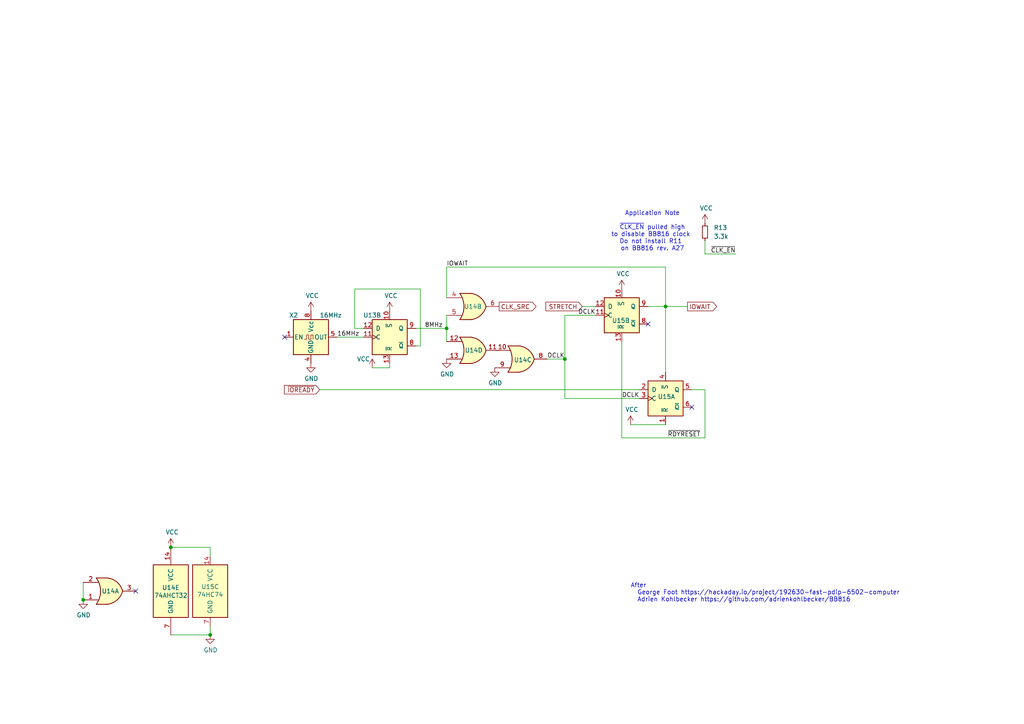
<source format=kicad_sch>
(kicad_sch (version 20250114) (generator "eeschema") (generator_version "9.0")
  (paper "A4")
  (lib_symbols
    (symbol "74xx:74LS74" (pin_names (offset 1.016))
      (property "Reference" "U" (at -7.62 8.89 0))
      (property "Value" "74LS74" (at -7.62 -8.89 0))
      (symbol "74LS74_1_0"
        (pin input line (at -7.62 2.54 0) (length 2.54) (name "D") (number "2"))
        (pin input clock (at -7.62 0 0) (length 2.54) (name "C") (number "3"))
        (pin input line (at 0 7.62 270) (length 2.54) (name "~{S}") (number "4"))
        (pin input line (at 0 -7.62 90) (length 2.54) (name "~{R}") (number "1"))
        (pin output line (at 7.62 2.54 180) (length 2.54) (name "Q") (number "5"))
        (pin output line (at 7.62 -2.54 180) (length 2.54) (name "~{Q}") (number "6"))
      )
      (symbol "74LS74_1_1"
        (rectangle (start -5.08 5.08) (end 5.08 -5.08) (stroke (width 0.254)) (fill (type background)))
      )
      (symbol "74LS74_2_0"
        (pin input line (at -7.62 2.54 0) (length 2.54) (name "D") (number "12"))
        (pin input clock (at -7.62 0 0) (length 2.54) (name "C") (number "11"))
        (pin input line (at 0 7.62 270) (length 2.54) (name "~{S}") (number "10"))
        (pin input line (at 0 -7.62 90) (length 2.54) (name "~{R}") (number "13"))
        (pin output line (at 7.62 2.54 180) (length 2.54) (name "Q") (number "9"))
        (pin output line (at 7.62 -2.54 180) (length 2.54) (name "~{Q}") (number "8"))
      )
      (symbol "74LS74_2_1"
        (rectangle (start -5.08 5.08) (end 5.08 -5.08) (stroke (width 0.254)) (fill (type background)))
      )
      (symbol "74LS74_3_0"
        (pin power_in line (at 0 10.16 270) (length 2.54) (name "VCC") (number "14"))
        (pin power_in line (at 0 -10.16 90) (length 2.54) (name "GND") (number "7"))
      )
      (symbol "74LS74_3_1"
        (rectangle (start -5.08 7.62) (end 5.08 -7.62) (stroke (width 0.254)) (fill (type background)))
      )
    )
    (symbol "AronnaxLibrary:74AHCT32" (pin_names (offset 1.016))
      (property "Reference" "U" (at 0 1.27 0))
      (property "Value" "74AHCT32" (at 0 -1.27 0))
      (symbol "74AHCT32_1_1"
        (arc (start -3.81 3.81) (mid -2.589 0) (end -3.81 -3.81) (stroke (width 0.254)))
        (polyline (pts (xy -3.81 3.81) (xy -0.635 3.81)) (stroke (width 0.254)) (fill (type background)))
        (polyline (pts (xy -3.81 -3.81) (xy -0.635 -3.81)) (stroke (width 0.254)) (fill (type background)))
        (arc (start -0.6096 3.81) (mid 2.1842 2.5851) (end 3.81 0) (stroke (width 0.254)) (fill (type background)))
        (arc (start 3.81 0) (mid 2.1915 -2.5936) (end -0.6096 -3.81) (stroke (width 0.254)) (fill (type background)))
        (polyline (pts (xy -0.635 3.81) (xy -3.81 3.81) (xy -3.81 3.81) (xy -3.556 3.4036) (xy -3.0226 2.2606) (xy -2.6924 1.0414) (xy -2.6162 -0.254) (xy -2.7686 -1.4986) (xy -3.175 -2.7178) (xy -3.81 -3.81) (xy -3.81 -3.81) (xy -0.635 -3.81)) (stroke (width -25.4)) (fill (type background)))
        (pin input line (at -7.62 2.54 0) (length 4.318) (name "~") (number "1"))
        (pin input line (at -7.62 -2.54 0) (length 4.318) (name "~") (number "2"))
        (pin output line (at 7.62 0 180) (length 3.81) (name "~") (number "3"))
      )
      (symbol "74AHCT32_1_2"
        (polyline (pts (xy 0 3.81) (xy -3.81 3.81) (xy -3.81 -3.81) (xy 0 -3.81)) (stroke (width 0.254)) (fill (type background)))
        (arc (start 0 3.81) (mid 3.81 0) (end 0 -3.81) (stroke (width 0.254)) (fill (type background)))
        (pin input inverted (at -7.62 2.54 0) (length 3.81) (name "~") (number "1"))
        (pin input inverted (at -7.62 -2.54 0) (length 3.81) (name "~") (number "2"))
        (pin output inverted (at 7.62 0 180) (length 3.81) (name "~") (number "3"))
      )
      (symbol "74AHCT32_2_1"
        (arc (start -3.81 3.81) (mid -2.589 0) (end -3.81 -3.81) (stroke (width 0.254)))
        (polyline (pts (xy -3.81 3.81) (xy -0.635 3.81)) (stroke (width 0.254)) (fill (type background)))
        (polyline (pts (xy -3.81 -3.81) (xy -0.635 -3.81)) (stroke (width 0.254)) (fill (type background)))
        (arc (start -0.6096 3.81) (mid 2.1842 2.5851) (end 3.81 0) (stroke (width 0.254)) (fill (type background)))
        (arc (start 3.81 0) (mid 2.1915 -2.5936) (end -0.6096 -3.81) (stroke (width 0.254)) (fill (type background)))
        (polyline (pts (xy -0.635 3.81) (xy -3.81 3.81) (xy -3.81 3.81) (xy -3.556 3.4036) (xy -3.0226 2.2606) (xy -2.6924 1.0414) (xy -2.6162 -0.254) (xy -2.7686 -1.4986) (xy -3.175 -2.7178) (xy -3.81 -3.81) (xy -3.81 -3.81) (xy -0.635 -3.81)) (stroke (width -25.4)) (fill (type background)))
        (pin input line (at -7.62 2.54 0) (length 4.318) (name "~") (number "4"))
        (pin input line (at -7.62 -2.54 0) (length 4.318) (name "~") (number "5"))
        (pin output line (at 7.62 0 180) (length 3.81) (name "~") (number "6"))
      )
      (symbol "74AHCT32_2_2"
        (polyline (pts (xy 0 3.81) (xy -3.81 3.81) (xy -3.81 -3.81) (xy 0 -3.81)) (stroke (width 0.254)) (fill (type background)))
        (arc (start 0 3.81) (mid 3.81 0) (end 0 -3.81) (stroke (width 0.254)) (fill (type background)))
        (pin input inverted (at -7.62 2.54 0) (length 3.81) (name "~") (number "4"))
        (pin input inverted (at -7.62 -2.54 0) (length 3.81) (name "~") (number "5"))
        (pin output inverted (at 7.62 0 180) (length 3.81) (name "~") (number "6"))
      )
      (symbol "74AHCT32_3_1"
        (arc (start -3.81 3.81) (mid -2.589 0) (end -3.81 -3.81) (stroke (width 0.254)))
        (polyline (pts (xy -3.81 3.81) (xy -0.635 3.81)) (stroke (width 0.254)) (fill (type background)))
        (polyline (pts (xy -3.81 -3.81) (xy -0.635 -3.81)) (stroke (width 0.254)) (fill (type background)))
        (arc (start -0.6096 3.81) (mid 2.1842 2.5851) (end 3.81 0) (stroke (width 0.254)) (fill (type background)))
        (arc (start 3.81 0) (mid 2.1915 -2.5936) (end -0.6096 -3.81) (stroke (width 0.254)) (fill (type background)))
        (polyline (pts (xy -0.635 3.81) (xy -3.81 3.81) (xy -3.81 3.81) (xy -3.556 3.4036) (xy -3.0226 2.2606) (xy -2.6924 1.0414) (xy -2.6162 -0.254) (xy -2.7686 -1.4986) (xy -3.175 -2.7178) (xy -3.81 -3.81) (xy -3.81 -3.81) (xy -0.635 -3.81)) (stroke (width -25.4)) (fill (type background)))
        (pin input line (at -7.62 2.54 0) (length 4.318) (name "~") (number "9"))
        (pin input line (at -7.62 -2.54 0) (length 4.318) (name "~") (number "10"))
        (pin output line (at 7.62 0 180) (length 3.81) (name "~") (number "8"))
      )
      (symbol "74AHCT32_3_2"
        (polyline (pts (xy 0 3.81) (xy -3.81 3.81) (xy -3.81 -3.81) (xy 0 -3.81)) (stroke (width 0.254)) (fill (type background)))
        (arc (start 0 3.81) (mid 3.81 0) (end 0 -3.81) (stroke (width 0.254)) (fill (type background)))
        (pin input inverted (at -7.62 2.54 0) (length 3.81) (name "~") (number "9"))
        (pin input inverted (at -7.62 -2.54 0) (length 3.81) (name "~") (number "10"))
        (pin output inverted (at 7.62 0 180) (length 3.81) (name "~") (number "8"))
      )
      (symbol "74AHCT32_4_1"
        (arc (start -3.81 3.81) (mid -2.589 0) (end -3.81 -3.81) (stroke (width 0.254)))
        (polyline (pts (xy -3.81 3.81) (xy -0.635 3.81)) (stroke (width 0.254)) (fill (type background)))
        (polyline (pts (xy -3.81 -3.81) (xy -0.635 -3.81)) (stroke (width 0.254)) (fill (type background)))
        (arc (start -0.6096 3.81) (mid 2.1842 2.5851) (end 3.81 0) (stroke (width 0.254)) (fill (type background)))
        (arc (start 3.81 0) (mid 2.1915 -2.5936) (end -0.6096 -3.81) (stroke (width 0.254)) (fill (type background)))
        (polyline (pts (xy -0.635 3.81) (xy -3.81 3.81) (xy -3.81 3.81) (xy -3.556 3.4036) (xy -3.0226 2.2606) (xy -2.6924 1.0414) (xy -2.6162 -0.254) (xy -2.7686 -1.4986) (xy -3.175 -2.7178) (xy -3.81 -3.81) (xy -3.81 -3.81) (xy -0.635 -3.81)) (stroke (width -25.4)) (fill (type background)))
        (pin input line (at -7.62 2.54 0) (length 4.318) (name "~") (number "12"))
        (pin input line (at -7.62 -2.54 0) (length 4.318) (name "~") (number "13"))
        (pin output line (at 7.62 0 180) (length 3.81) (name "~") (number "11"))
      )
      (symbol "74AHCT32_4_2"
        (polyline (pts (xy 0 3.81) (xy -3.81 3.81) (xy -3.81 -3.81) (xy 0 -3.81)) (stroke (width 0.254)) (fill (type background)))
        (arc (start 0 3.81) (mid 3.81 0) (end 0 -3.81) (stroke (width 0.254)) (fill (type background)))
        (pin input inverted (at -7.62 2.54 0) (length 3.81) (name "~") (number "12"))
        (pin input inverted (at -7.62 -2.54 0) (length 3.81) (name "~") (number "13"))
        (pin output inverted (at 7.62 0 180) (length 3.81) (name "~") (number "11"))
      )
      (symbol "74AHCT32_5_0"
        (pin power_in line (at 0 12.7 270) (length 5.08) (name "VCC") (number "14"))
        (pin power_in line (at 0 -12.7 90) (length 5.08) (name "GND") (number "7"))
      )
      (symbol "74AHCT32_5_1"
        (rectangle (start -5.08 7.62) (end 5.08 -7.62) (stroke (width 0.254)) (fill (type background)))
      )
    )
    (symbol "Device:R_Small" (pin_numbers (hide yes)) (pin_names (offset 0.254) (hide yes))
      (property "Reference" "R" (at 0.762 0.508 0))
      (property "Value" "R_Small" (at 0.762 -1.016 0))
      (symbol "R_Small_0_1"
        (rectangle (start -0.762 1.778) (end 0.762 -1.778) (stroke (width 0.2032)))
      )
      (symbol "R_Small_1_1"
        (pin passive line (at 0 2.54 270) (length 0.762) (name "~") (number "1"))
        (pin passive line (at 0 -2.54 90) (length 0.762) (name "~") (number "2"))
      )
    )
    (symbol "Oscillator:CXO_DIP8" (pin_names (offset 0.254))
      (property "Reference" "X" (at -5.08 6.35 0))
      (property "Value" "CXO_DIP8" (at 1.27 -6.35 0))
      (symbol "CXO_DIP8_0_1"
        (rectangle (start -5.08 5.08) (end 5.08 -5.08) (stroke (width 0.254)) (fill (type background)))
        (polyline (pts (xy -1.905 -0.635) (xy -1.27 -0.635) (xy -1.27 0.635) (xy -0.635 0.635) (xy -0.635 -0.635) (xy 0 -0.635) (xy 0 0.635) (xy 0.635 0.635) (xy 0.635 -0.635)))
      )
      (symbol "CXO_DIP8_1_1"
        (pin input line (at -7.62 0 0) (length 2.54) (name "EN") (number "1"))
        (pin power_in line (at 0 7.62 270) (length 2.54) (name "Vcc") (number "8"))
        (pin power_in line (at 0 -7.62 90) (length 2.54) (name "GND") (number "4"))
        (pin output line (at 7.62 0 180) (length 2.54) (name "OUT") (number "5"))
      )
    )
    (symbol "power:GND" (power) (pin_names (offset 0))
      (property "Value" "GND" (at 0 -3.81 0))
      (symbol "GND_0_1"
        (polyline (pts (xy 0 0) (xy 0 -1.27) (xy 1.27 -1.27) (xy 0 -2.54) (xy -1.27 -1.27) (xy 0 -1.27)))
      )
      (symbol "GND_1_1"
        (pin power_in line (at 0 0 270) (length 0) (hide yes) (name "GND") (number "1"))
      )
    )
    (symbol "power:VCC" (power) (pin_names (offset 0))
      (property "Value" "VCC" (at 0 3.81 0))
      (symbol "VCC_0_1"
        (polyline (pts (xy -0.762 1.27) (xy 0 2.54)))
        (polyline (pts (xy 0 2.54) (xy 0.762 1.27)))
        (polyline (pts (xy 0 0) (xy 0 2.54)))
      )
      (symbol "VCC_1_1"
        (pin power_in line (at 0 0 90) (length 0) (hide yes) (name "VCC") (number "1"))
      )
    )
  )
  (text "Application Note\n\n~{CLK_EN} pulled high\nto disable BB816 clock \nDo not install R11 \non BB816 rev. A27" (at 189.23 67.056 0) (effects (font (size 1.27 1.27))))
  (text "After \n  George Foot https://hackaday.io/project/192630-fast-pdip-6502-computer\n  Adrien Kohlbecker https://github.com/adrienkohlbecker/BB816" (at 182.88 171.958 0) (effects (font (size 1.27 1.27)) (justify left)))
  (junction (at 163.83 104.14))
  (junction (at 60.96 184.15))
  (junction (at 24.13 173.99))
  (junction (at 193.04 88.9))
  (junction (at 49.53 158.75))
  (junction (at 129.54 95.25))
  (no_connect (at 187.96 93.98))
  (no_connect (at 82.55 97.79))
  (no_connect (at 39.37 171.45))
  (no_connect (at 200.66 118.11))
  (wire (pts (xy 144.78 101.6) (xy 143.51 101.6)))
  (wire (pts (xy 193.04 88.9) (xy 199.39 88.9)))
  (wire (pts (xy 129.54 95.25) (xy 129.54 99.06)))
  (wire (pts (xy 193.04 107.95) (xy 193.04 88.9)))
  (wire (pts (xy 193.04 77.47) (xy 193.04 88.9)))
  (wire (pts (xy 204.47 113.03) (xy 200.66 113.03)))
  (wire (pts (xy 158.75 104.14) (xy 163.83 104.14)))
  (wire (pts (xy 60.96 158.75) (xy 60.96 161.29)))
  (wire (pts (xy 163.83 115.57) (xy 163.83 104.14)))
  (wire (pts (xy 121.92 100.33) (xy 121.92 83.82)))
  (wire (pts (xy 163.83 115.57) (xy 185.42 115.57)))
  (wire (pts (xy 107.95 106.68) (xy 113.03 106.68)))
  (wire (pts (xy 102.87 83.82) (xy 102.87 95.25)))
  (wire (pts (xy 180.34 99.06) (xy 180.34 127)))
  (wire (pts (xy 24.13 168.91) (xy 24.13 173.99)))
  (wire (pts (xy 120.65 95.25) (xy 129.54 95.25)))
  (wire (pts (xy 185.42 113.03) (xy 92.71 113.03)))
  (wire (pts (xy 121.92 83.82) (xy 102.87 83.82)))
  (wire (pts (xy 163.83 91.44) (xy 172.72 91.44)))
  (wire (pts (xy 102.87 95.25) (xy 105.41 95.25)))
  (wire (pts (xy 120.65 100.33) (xy 121.92 100.33)))
  (wire (pts (xy 204.47 73.66) (xy 213.36 73.66)))
  (wire (pts (xy 193.04 77.47) (xy 129.54 77.47)))
  (wire (pts (xy 204.47 127) (xy 204.47 113.03)))
  (wire (pts (xy 129.54 77.47) (xy 129.54 86.36)))
  (wire (pts (xy 49.53 184.15) (xy 60.96 184.15)))
  (wire (pts (xy 187.96 88.9) (xy 193.04 88.9)))
  (wire (pts (xy 180.34 127) (xy 204.47 127)))
  (wire (pts (xy 129.54 91.44) (xy 129.54 95.25)))
  (wire (pts (xy 168.91 88.9) (xy 172.72 88.9)))
  (wire (pts (xy 163.83 91.44) (xy 163.83 104.14)))
  (wire (pts (xy 204.47 73.66) (xy 204.47 69.85)))
  (wire (pts (xy 182.88 123.19) (xy 193.04 123.19)))
  (wire (pts (xy 97.79 97.79) (xy 105.41 97.79)))
  (wire (pts (xy 113.03 106.68) (xy 113.03 105.41)))
  (wire (pts (xy 60.96 181.61) (xy 60.96 184.15)))
  (wire (pts (xy 60.96 158.75) (xy 49.53 158.75)))
  (label "16MHz" (at 97.79 97.79 0))
  (label "~{CLK_EN}" (at 213.36 73.66 180))
  (label "DCLK" (at 172.72 91.44 180))
  (label "~{RDYRESET}" (at 203.2 127 180))
  (label "DCLK" (at 185.42 115.57 180))
  (label "DCLK" (at 158.75 104.14 0))
  (label "IOWAIT" (at 129.54 77.47 0))
  (label "8MHz" (at 123.19 95.25 0))
  (global_label "STRETCH" (shape input) (at 168.91 88.9 180) (property "Intersheetrefs" "${INTERSHEET_REFS}" (effects (hide yes))))
  (global_label "IOWAIT" (shape output) (at 199.39 88.9 0) (property "Intersheetrefs" "${INTERSHEET_REFS}" (effects (hide yes))))
  (global_label "~{IOREADY}" (shape input) (at 92.71 113.03 180) (property "Intersheetrefs" "${INTERSHEET_REFS}" (effects (hide yes))))
  (global_label "CLK_SRC" (shape output) (at 144.78 88.9 0) (property "Intersheetrefs" "${INTERSHEET_REFS}" (effects (hide yes))))
  (symbol (lib_id "Oscillator:CXO_DIP8") (at 90.17 97.79 0) (unit 1)
    (property "Reference" "X2" (at 83.82 91.44 0) (effects (justify left)))
    (property "Value" "16MHz" (at 92.71 91.44 0) (effects (justify left)))
    (property "Footprint" "Oscillator:Oscillator_DIP-8" (effects (hide yes)))
    (property "Datasheet" "http://cdn-reichelt.de/documents/datenblatt/B400/OSZI.pdf" (effects (hide yes)))
  )
  (symbol (lib_id "Device:R_Small") (at 204.47 67.31 0) (unit 1)
    (property "Reference" "R13" (at 207.01 66.0399 0) (effects (justify left)))
    (property "Value" "3.3k" (at 207.01 68.5799 0) (effects (justify left)))
    (property "Footprint" "Resistor_THT:R_Axial_DIN0207_L6.3mm_D2.5mm_P7.62mm_Horizontal" (effects (hide yes)))
  )
  (symbol (lib_id "AronnaxLibrary:74AHCT32") (at 151.13 104.14 0) (mirror x) (unit 3)
    (property "Reference" "U14" (at 151.638 104.394 0))
    (property "Value" "74AHCT32" (effects (hide yes)))
    (property "Footprint" "Package_DIP:DIP-14_W7.62mm_Socket" (effects (hide yes)))
    (property "Datasheet" "https://www.ti.com/lit/ds/symlink/sn74ahct32.pdf" (effects (hide yes)))
  )
  (symbol (lib_id "power:VCC") (at 113.03 90.17 0) (unit 1)
    (property "Reference" "#PWR036" (effects (hide yes)))
    (property "Value" "VCC" (at 113.411 85.7758 0))
  )
  (symbol (lib_id "AronnaxLibrary:74AHCT32") (at 137.16 88.9 0) (unit 2)
    (property "Reference" "U14" (at 137.16 88.9 0))
    (property "Value" "74AHCT32" (effects (hide yes)))
    (property "Footprint" "Package_DIP:DIP-14_W7.62mm_Socket" (effects (hide yes)))
    (property "Datasheet" "https://www.ti.com/lit/ds/symlink/sn74ahct32.pdf" (effects (hide yes)))
  )
  (symbol (lib_id "power:GND") (at 24.13 173.99 0) (unit 1)
    (property "Reference" "#PWR041" (effects (hide yes)))
    (property "Value" "GND" (at 24.257 178.3842 0))
  )
  (symbol (lib_id "power:VCC") (at 107.95 106.68 0) (unit 1)
    (property "Reference" "#PWR035" (effects (hide yes)))
    (property "Value" "VCC" (at 105.41 104.14 0))
  )
  (symbol (lib_id "74xx:74LS74") (at 60.96 171.45 0) (unit 3)
    (property "Reference" "U15" (at 60.96 170.18 0))
    (property "Value" "74HC74" (at 60.96 172.466 0))
    (property "Footprint" "Package_DIP:DIP-14_W7.62mm" (effects (hide yes)))
    (property "Datasheet" "https://www.ti.com/lit/ds/symlink/sn74hc74.pdf" (effects (hide yes)))
  )
  (symbol (lib_id "power:VCC") (at 182.88 123.19 0) (unit 1)
    (property "Reference" "#PWR044" (effects (hide yes)))
    (property "Value" "VCC" (at 183.261 118.7958 0))
  )
  (symbol (lib_id "power:VCC") (at 204.47 64.77 0) (unit 1)
    (property "Reference" "#PWR039" (effects (hide yes)))
    (property "Value" "VCC" (at 204.851 60.3758 0))
  )
  (symbol (lib_id "power:VCC") (at 49.53 158.75 0) (unit 1)
    (property "Reference" "#PWR042" (effects (hide yes)))
    (property "Value" "VCC" (at 49.911 154.3558 0))
  )
  (symbol (lib_id "power:GND") (at 129.54 104.14 0) (unit 1)
    (property "Reference" "#PWR038" (effects (hide yes)))
    (property "Value" "GND" (at 129.667 108.5342 0))
  )
  (symbol (lib_id "power:GND") (at 60.96 184.15 0) (unit 1)
    (property "Reference" "#PWR037" (effects (hide yes)))
    (property "Value" "GND" (at 61.087 188.5442 0))
  )
  (symbol (lib_id "power:GND") (at 143.51 106.68 0) (unit 1)
    (property "Reference" "#PWR040" (effects (hide yes)))
    (property "Value" "GND" (at 143.637 111.0742 0))
  )
  (symbol (lib_id "AronnaxLibrary:74AHCT32") (at 49.53 171.45 0) (unit 5)
    (property "Reference" "U14" (at 46.99 170.434 0) (effects (justify left)))
    (property "Value" "74AHCT32" (at 44.704 172.72 0) (effects (justify left)))
    (property "Footprint" "Package_DIP:DIP-14_W7.62mm_Socket" (effects (hide yes)))
    (property "Datasheet" "https://www.ti.com/lit/ds/symlink/sn74ahct32.pdf" (effects (hide yes)))
  )
  (symbol (lib_id "74xx:74LS74") (at 113.03 97.79 0) (unit 2)
    (property "Reference" "U13" (at 107.95 91.44 0))
    (property "Value" "74HC74" (effects (hide yes)))
    (property "Footprint" "Package_DIP:DIP-14_W7.62mm" (effects (hide yes)))
    (property "Datasheet" "https://www.ti.com/lit/ds/symlink/sn74hc74.pdf" (effects (hide yes)))
  )
  (symbol (lib_id "AronnaxLibrary:74AHCT32") (at 31.75 171.45 0) (mirror x) (unit 1)
    (property "Reference" "U14" (at 32.004 171.45 0))
    (property "Value" "74AHCT32" (effects (hide yes)))
    (property "Footprint" "Package_DIP:DIP-14_W7.62mm_Socket" (effects (hide yes)))
    (property "Datasheet" "https://www.ti.com/lit/ds/symlink/sn74ahct32.pdf" (effects (hide yes)))
  )
  (symbol (lib_id "74xx:74LS74") (at 180.34 91.44 0) (unit 2)
    (property "Reference" "U15" (at 180.086 92.964 0))
    (property "Value" "74HC74" (effects (hide yes)))
    (property "Footprint" "Package_DIP:DIP-14_W7.62mm" (effects (hide yes)))
    (property "Datasheet" "https://www.ti.com/lit/ds/symlink/sn74hc74.pdf" (effects (hide yes)))
  )
  (symbol (lib_id "74xx:74LS74") (at 193.04 115.57 0) (unit 1)
    (property "Reference" "U15" (at 193.294 115.062 0))
    (property "Value" "74HC74" (effects (hide yes)))
    (property "Footprint" "Package_DIP:DIP-14_W7.62mm" (effects (hide yes)))
    (property "Datasheet" "https://www.ti.com/lit/ds/symlink/sn74hc74.pdf" (effects (hide yes)))
  )
  (symbol (lib_id "power:GND") (at 90.17 105.41 0) (unit 1)
    (property "Reference" "#PWR034" (effects (hide yes)))
    (property "Value" "GND" (at 90.297 109.8042 0))
  )
  (symbol (lib_id "AronnaxLibrary:74AHCT32") (at 137.16 101.6 0) (unit 4)
    (property "Reference" "U14" (at 137.414 101.6 0))
    (property "Value" "74AHCT32" (effects (hide yes)))
    (property "Footprint" "Package_DIP:DIP-14_W7.62mm_Socket" (effects (hide yes)))
    (property "Datasheet" "https://www.ti.com/lit/ds/symlink/sn74ahct32.pdf" (effects (hide yes)))
  )
  (symbol (lib_id "power:VCC") (at 90.17 90.17 0) (unit 1)
    (property "Reference" "#PWR033" (effects (hide yes)))
    (property "Value" "VCC" (at 90.551 85.7758 0))
  )
  (symbol (lib_id "power:VCC") (at 180.34 83.82 0) (unit 1)
    (property "Reference" "#PWR043" (effects (hide yes)))
    (property "Value" "VCC" (at 180.721 79.4258 0))
  )
)
</source>
